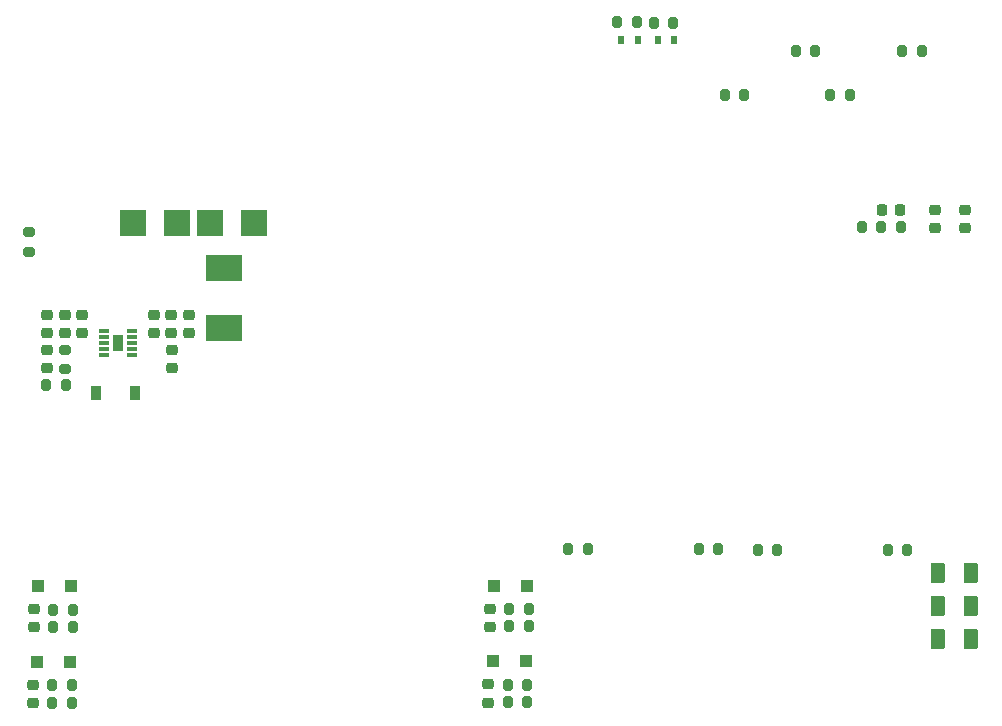
<source format=gbr>
%TF.GenerationSoftware,KiCad,Pcbnew,(6.0.11)*%
%TF.CreationDate,2024-03-19T14:29:21-04:00*%
%TF.ProjectId,Ultrasonic Sound Steering - Remote Rev. B,556c7472-6173-46f6-9e69-6320536f756e,rev?*%
%TF.SameCoordinates,Original*%
%TF.FileFunction,Paste,Top*%
%TF.FilePolarity,Positive*%
%FSLAX46Y46*%
G04 Gerber Fmt 4.6, Leading zero omitted, Abs format (unit mm)*
G04 Created by KiCad (PCBNEW (6.0.11)) date 2024-03-19 14:29:21*
%MOMM*%
%LPD*%
G01*
G04 APERTURE LIST*
G04 Aperture macros list*
%AMRoundRect*
0 Rectangle with rounded corners*
0 $1 Rounding radius*
0 $2 $3 $4 $5 $6 $7 $8 $9 X,Y pos of 4 corners*
0 Add a 4 corners polygon primitive as box body*
4,1,4,$2,$3,$4,$5,$6,$7,$8,$9,$2,$3,0*
0 Add four circle primitives for the rounded corners*
1,1,$1+$1,$2,$3*
1,1,$1+$1,$4,$5*
1,1,$1+$1,$6,$7*
1,1,$1+$1,$8,$9*
0 Add four rect primitives between the rounded corners*
20,1,$1+$1,$2,$3,$4,$5,0*
20,1,$1+$1,$4,$5,$6,$7,0*
20,1,$1+$1,$6,$7,$8,$9,0*
20,1,$1+$1,$8,$9,$2,$3,0*%
G04 Aperture macros list end*
%ADD10C,0.010000*%
%ADD11RoundRect,0.225000X-0.250000X0.225000X-0.250000X-0.225000X0.250000X-0.225000X0.250000X0.225000X0*%
%ADD12RoundRect,0.200000X0.200000X0.275000X-0.200000X0.275000X-0.200000X-0.275000X0.200000X-0.275000X0*%
%ADD13R,2.180400X2.210000*%
%ADD14RoundRect,0.200000X-0.200000X-0.275000X0.200000X-0.275000X0.200000X0.275000X-0.200000X0.275000X0*%
%ADD15R,0.600000X0.700000*%
%ADD16R,3.048000X2.286000*%
%ADD17R,1.100000X1.100000*%
%ADD18RoundRect,0.200000X-0.275000X0.200000X-0.275000X-0.200000X0.275000X-0.200000X0.275000X0.200000X0*%
%ADD19RoundRect,0.225000X0.250000X-0.225000X0.250000X0.225000X-0.250000X0.225000X-0.250000X-0.225000X0*%
%ADD20RoundRect,0.225000X0.225000X0.250000X-0.225000X0.250000X-0.225000X-0.250000X0.225000X-0.250000X0*%
%ADD21RoundRect,0.250000X-0.375000X-0.625000X0.375000X-0.625000X0.375000X0.625000X-0.375000X0.625000X0*%
%ADD22RoundRect,0.008100X-0.411900X-0.126900X0.411900X-0.126900X0.411900X0.126900X-0.411900X0.126900X0*%
%ADD23RoundRect,0.200000X0.275000X-0.200000X0.275000X0.200000X-0.275000X0.200000X-0.275000X-0.200000X0*%
%ADD24R,0.900000X1.200000*%
G04 APERTURE END LIST*
%TO.C,U1*%
G36*
X118341152Y-79406462D02*
G01*
X117583152Y-79406462D01*
X117583152Y-78141462D01*
X118341152Y-78141462D01*
X118341152Y-79406462D01*
G37*
D10*
X118341152Y-79406462D02*
X117583152Y-79406462D01*
X117583152Y-78141462D01*
X118341152Y-78141462D01*
X118341152Y-79406462D01*
%TD*%
D11*
%TO.C,C3*%
X121052152Y-76398962D03*
X121052152Y-77948962D03*
%TD*%
%TO.C,C21*%
X110865000Y-101300000D03*
X110865000Y-102850000D03*
%TD*%
D12*
%TO.C,R64*%
X168835400Y-96247082D03*
X167185400Y-96247082D03*
%TD*%
D13*
%TO.C,D2*%
X125822800Y-68610000D03*
X129537200Y-68610000D03*
%TD*%
D11*
%TO.C,C17*%
X149335000Y-107680000D03*
X149335000Y-109230000D03*
%TD*%
D14*
%TO.C,R54*%
X112410000Y-109245000D03*
X114060000Y-109245000D03*
%TD*%
D15*
%TO.C,D7*%
X163700000Y-53150000D03*
X165100000Y-53150000D03*
%TD*%
D14*
%TO.C,R33*%
X151115000Y-102780000D03*
X152765000Y-102780000D03*
%TD*%
D12*
%TO.C,R45*%
X177045000Y-54040000D03*
X175395000Y-54040000D03*
%TD*%
D11*
%TO.C,C42*%
X189730000Y-67510000D03*
X189730000Y-69060000D03*
%TD*%
D12*
%TO.C,R74*%
X184835400Y-96275000D03*
X183185400Y-96275000D03*
%TD*%
D16*
%TO.C,F1*%
X126970000Y-72450000D03*
X126970000Y-77530000D03*
%TD*%
D12*
%TO.C,R47*%
X179935000Y-57770000D03*
X178285000Y-57770000D03*
%TD*%
%TO.C,R46*%
X171015000Y-57770000D03*
X169365000Y-57770000D03*
%TD*%
D11*
%TO.C,C8*%
X113464970Y-76413962D03*
X113464970Y-77963962D03*
%TD*%
D15*
%TO.C,D9*%
X160610000Y-53140000D03*
X162010000Y-53140000D03*
%TD*%
D14*
%TO.C,R34*%
X151010000Y-107705000D03*
X152660000Y-107705000D03*
%TD*%
D17*
%TO.C,D16*%
X111230000Y-99350000D03*
X114030000Y-99350000D03*
%TD*%
D12*
%TO.C,R48*%
X186065000Y-54040000D03*
X184415000Y-54040000D03*
%TD*%
D18*
%TO.C,R63*%
X110500000Y-69395000D03*
X110500000Y-71045000D03*
%TD*%
D14*
%TO.C,R42*%
X180980000Y-68985000D03*
X182630000Y-68985000D03*
X184280000Y-68985000D03*
%TD*%
D17*
%TO.C,D13*%
X149710000Y-105730000D03*
X152510000Y-105730000D03*
%TD*%
D12*
%TO.C,R75*%
X173795400Y-96275000D03*
X172145400Y-96275000D03*
%TD*%
D19*
%TO.C,C5*%
X122532152Y-80903962D03*
X122532152Y-79353962D03*
%TD*%
D14*
%TO.C,R8*%
X111909970Y-82373962D03*
X113559970Y-82373962D03*
%TD*%
D17*
%TO.C,D12*%
X149815000Y-99330000D03*
X152615000Y-99330000D03*
%TD*%
D20*
%TO.C,C37*%
X184225000Y-67525000D03*
X182675000Y-67525000D03*
%TD*%
D14*
%TO.C,R37*%
X151012500Y-109180000D03*
X152662500Y-109180000D03*
%TD*%
D11*
%TO.C,C2*%
X123984970Y-76398962D03*
X123984970Y-77948962D03*
%TD*%
%TO.C,C4*%
X122522152Y-76398962D03*
X122522152Y-77948962D03*
%TD*%
D14*
%TO.C,R59*%
X112530000Y-102825000D03*
X114180000Y-102825000D03*
%TD*%
D21*
%TO.C,D10*%
X187430000Y-101040000D03*
X190230000Y-101040000D03*
%TD*%
D14*
%TO.C,R52*%
X112410000Y-107770000D03*
X114060000Y-107770000D03*
%TD*%
D17*
%TO.C,D15*%
X111117500Y-105770000D03*
X113917500Y-105770000D03*
%TD*%
D19*
%TO.C,C6*%
X112004970Y-80933962D03*
X112004970Y-79383962D03*
%TD*%
D12*
%TO.C,PTC2*%
X161925000Y-51640000D03*
X160275000Y-51640000D03*
%TD*%
D11*
%TO.C,C9*%
X112004970Y-76413962D03*
X112004970Y-77963962D03*
%TD*%
%TO.C,C15*%
X149455000Y-101280000D03*
X149455000Y-102830000D03*
%TD*%
D22*
%TO.C,U1*%
X116767152Y-77773962D03*
X116767152Y-78273962D03*
X116767152Y-78773962D03*
X116767152Y-79273962D03*
X116767152Y-79773962D03*
X119157152Y-79773962D03*
X119157152Y-79273962D03*
X119157152Y-78773962D03*
X119157152Y-78273962D03*
X119157152Y-77773962D03*
%TD*%
D13*
%TO.C,D1*%
X122950400Y-68610000D03*
X119236000Y-68610000D03*
%TD*%
D21*
%TO.C,D4*%
X187430000Y-98240000D03*
X190230000Y-98240000D03*
%TD*%
D11*
%TO.C,C20*%
X110770000Y-107745000D03*
X110770000Y-109295000D03*
%TD*%
D14*
%TO.C,R32*%
X151115000Y-101305000D03*
X152765000Y-101305000D03*
%TD*%
D11*
%TO.C,C7*%
X114924970Y-76413962D03*
X114924970Y-77963962D03*
%TD*%
D12*
%TO.C,R65*%
X157780400Y-96250000D03*
X156130400Y-96250000D03*
%TD*%
%TO.C,PTC1*%
X165005000Y-51650000D03*
X163355000Y-51650000D03*
%TD*%
D14*
%TO.C,R56*%
X112530000Y-101350000D03*
X114180000Y-101350000D03*
%TD*%
D11*
%TO.C,C36*%
X187140000Y-67500000D03*
X187140000Y-69050000D03*
%TD*%
D21*
%TO.C,D11*%
X187430000Y-103840000D03*
X190230000Y-103840000D03*
%TD*%
D23*
%TO.C,R7*%
X113484970Y-80983962D03*
X113484970Y-79333962D03*
%TD*%
D24*
%TO.C,D3*%
X119462152Y-83003962D03*
X116162152Y-83003962D03*
%TD*%
M02*

</source>
